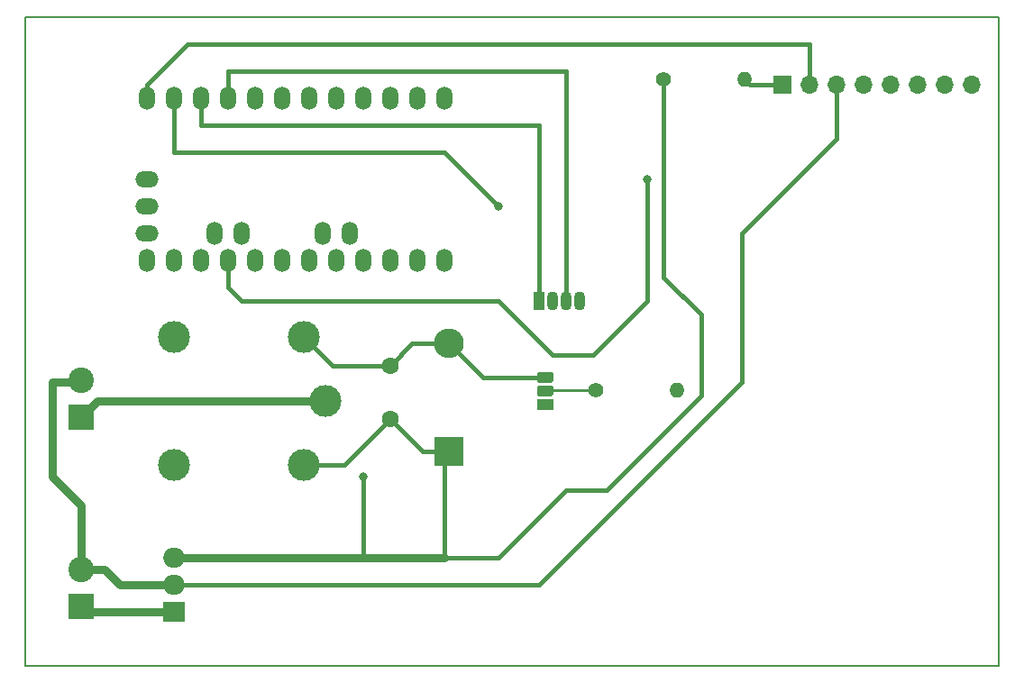
<source format=gbr>
G04 #@! TF.GenerationSoftware,KiCad,Pcbnew,(5.1.5)-3*
G04 #@! TF.CreationDate,2020-06-10T08:40:25+02:00*
G04 #@! TF.ProjectId,BOTLAND-2-KONTROLA-DOSTEPU,424f544c-414e-4442-9d32-2d4b4f4e5452,rev?*
G04 #@! TF.SameCoordinates,Original*
G04 #@! TF.FileFunction,Copper,L2,Bot*
G04 #@! TF.FilePolarity,Positive*
%FSLAX46Y46*%
G04 Gerber Fmt 4.6, Leading zero omitted, Abs format (unit mm)*
G04 Created by KiCad (PCBNEW (5.1.5)-3) date 2020-06-10 08:40:25*
%MOMM*%
%LPD*%
G04 APERTURE LIST*
%ADD10C,0.150000*%
%ADD11O,1.400000X1.400000*%
%ADD12C,1.400000*%
%ADD13O,1.700000X1.700000*%
%ADD14R,1.700000X1.700000*%
%ADD15O,1.070000X1.800000*%
%ADD16R,1.070000X1.800000*%
%ADD17O,2.199640X1.501140*%
%ADD18O,1.501140X2.199640*%
%ADD19C,2.400000*%
%ADD20R,2.400000X2.400000*%
%ADD21O,2.000000X1.905000*%
%ADD22R,2.000000X1.905000*%
%ADD23C,0.100000*%
%ADD24R,1.500000X1.050000*%
%ADD25R,2.800000X2.800000*%
%ADD26O,2.800000X2.800000*%
%ADD27C,1.600000*%
%ADD28C,3.000000*%
%ADD29C,0.800000*%
%ADD30C,0.400000*%
%ADD31C,0.750000*%
%ADD32C,0.250000*%
G04 APERTURE END LIST*
D10*
X22860000Y-95250000D02*
X22860000Y-156210000D01*
X24130000Y-95250000D02*
X22860000Y-95250000D01*
X114300000Y-95250000D02*
X24130000Y-95250000D01*
X114300000Y-156210000D02*
X114300000Y-95250000D01*
X22860000Y-156210000D02*
X114300000Y-156210000D01*
D11*
X90464640Y-101112320D03*
D12*
X82844640Y-101112320D03*
D13*
X111760000Y-101600000D03*
X109220000Y-101600000D03*
X106680000Y-101600000D03*
X104140000Y-101600000D03*
X101600000Y-101600000D03*
X99060000Y-101600000D03*
X96520000Y-101600000D03*
D14*
X93980000Y-101600000D03*
D15*
X74930000Y-121920000D03*
X73660000Y-121920000D03*
X72390000Y-121920000D03*
D16*
X71120000Y-121920000D03*
D17*
X34290000Y-110490000D03*
X34290000Y-113030000D03*
X34290000Y-115570000D03*
D18*
X53340000Y-115570000D03*
X50800000Y-115570000D03*
X62230000Y-118110000D03*
X59690000Y-118110000D03*
X57150000Y-118110000D03*
X54610000Y-118110000D03*
X52070000Y-118110000D03*
X49530000Y-118110000D03*
X46990000Y-118110000D03*
X44450000Y-118110000D03*
X41910000Y-118110000D03*
X39370000Y-118110000D03*
X36830000Y-118110000D03*
X34290000Y-118110000D03*
X34290000Y-102870000D03*
X36830000Y-102870000D03*
X39370000Y-102870000D03*
X41910000Y-102870000D03*
X44450000Y-102870000D03*
X46990000Y-102870000D03*
X49530000Y-102870000D03*
X52070000Y-102870000D03*
X54610000Y-102870000D03*
X57150000Y-102870000D03*
X59690000Y-102870000D03*
X62230000Y-102870000D03*
X40640000Y-115570000D03*
X43180000Y-115570000D03*
D19*
X28102560Y-147157560D03*
D20*
X28102560Y-150657560D03*
D21*
X36830000Y-146050000D03*
X36830000Y-148590000D03*
D22*
X36830000Y-151130000D03*
D12*
X76494640Y-130322320D03*
D11*
X84114640Y-130322320D03*
G04 #@! TA.AperFunction,ComponentPad*
D23*
G36*
X72222509Y-129834144D02*
G01*
X72247991Y-129837924D01*
X72272980Y-129844183D01*
X72297234Y-129852862D01*
X72320522Y-129863876D01*
X72342617Y-129877119D01*
X72363308Y-129892465D01*
X72382396Y-129909764D01*
X72399695Y-129928852D01*
X72415041Y-129949543D01*
X72428284Y-129971638D01*
X72439298Y-129994926D01*
X72447977Y-130019180D01*
X72454236Y-130044169D01*
X72458016Y-130069651D01*
X72459280Y-130095380D01*
X72459280Y-130620380D01*
X72458016Y-130646109D01*
X72454236Y-130671591D01*
X72447977Y-130696580D01*
X72439298Y-130720834D01*
X72428284Y-130744122D01*
X72415041Y-130766217D01*
X72399695Y-130786908D01*
X72382396Y-130805996D01*
X72363308Y-130823295D01*
X72342617Y-130838641D01*
X72320522Y-130851884D01*
X72297234Y-130862898D01*
X72272980Y-130871577D01*
X72247991Y-130877836D01*
X72222509Y-130881616D01*
X72196780Y-130882880D01*
X71221780Y-130882880D01*
X71196051Y-130881616D01*
X71170569Y-130877836D01*
X71145580Y-130871577D01*
X71121326Y-130862898D01*
X71098038Y-130851884D01*
X71075943Y-130838641D01*
X71055252Y-130823295D01*
X71036164Y-130805996D01*
X71018865Y-130786908D01*
X71003519Y-130766217D01*
X70990276Y-130744122D01*
X70979262Y-130720834D01*
X70970583Y-130696580D01*
X70964324Y-130671591D01*
X70960544Y-130646109D01*
X70959280Y-130620380D01*
X70959280Y-130095380D01*
X70960544Y-130069651D01*
X70964324Y-130044169D01*
X70970583Y-130019180D01*
X70979262Y-129994926D01*
X70990276Y-129971638D01*
X71003519Y-129949543D01*
X71018865Y-129928852D01*
X71036164Y-129909764D01*
X71055252Y-129892465D01*
X71075943Y-129877119D01*
X71098038Y-129863876D01*
X71121326Y-129852862D01*
X71145580Y-129844183D01*
X71170569Y-129837924D01*
X71196051Y-129834144D01*
X71221780Y-129832880D01*
X72196780Y-129832880D01*
X72222509Y-129834144D01*
G37*
G04 #@! TD.AperFunction*
G04 #@! TA.AperFunction,ComponentPad*
G36*
X72222509Y-128564144D02*
G01*
X72247991Y-128567924D01*
X72272980Y-128574183D01*
X72297234Y-128582862D01*
X72320522Y-128593876D01*
X72342617Y-128607119D01*
X72363308Y-128622465D01*
X72382396Y-128639764D01*
X72399695Y-128658852D01*
X72415041Y-128679543D01*
X72428284Y-128701638D01*
X72439298Y-128724926D01*
X72447977Y-128749180D01*
X72454236Y-128774169D01*
X72458016Y-128799651D01*
X72459280Y-128825380D01*
X72459280Y-129350380D01*
X72458016Y-129376109D01*
X72454236Y-129401591D01*
X72447977Y-129426580D01*
X72439298Y-129450834D01*
X72428284Y-129474122D01*
X72415041Y-129496217D01*
X72399695Y-129516908D01*
X72382396Y-129535996D01*
X72363308Y-129553295D01*
X72342617Y-129568641D01*
X72320522Y-129581884D01*
X72297234Y-129592898D01*
X72272980Y-129601577D01*
X72247991Y-129607836D01*
X72222509Y-129611616D01*
X72196780Y-129612880D01*
X71221780Y-129612880D01*
X71196051Y-129611616D01*
X71170569Y-129607836D01*
X71145580Y-129601577D01*
X71121326Y-129592898D01*
X71098038Y-129581884D01*
X71075943Y-129568641D01*
X71055252Y-129553295D01*
X71036164Y-129535996D01*
X71018865Y-129516908D01*
X71003519Y-129496217D01*
X70990276Y-129474122D01*
X70979262Y-129450834D01*
X70970583Y-129426580D01*
X70964324Y-129401591D01*
X70960544Y-129376109D01*
X70959280Y-129350380D01*
X70959280Y-128825380D01*
X70960544Y-128799651D01*
X70964324Y-128774169D01*
X70970583Y-128749180D01*
X70979262Y-128724926D01*
X70990276Y-128701638D01*
X71003519Y-128679543D01*
X71018865Y-128658852D01*
X71036164Y-128639764D01*
X71055252Y-128622465D01*
X71075943Y-128607119D01*
X71098038Y-128593876D01*
X71121326Y-128582862D01*
X71145580Y-128574183D01*
X71170569Y-128567924D01*
X71196051Y-128564144D01*
X71221780Y-128562880D01*
X72196780Y-128562880D01*
X72222509Y-128564144D01*
G37*
G04 #@! TD.AperFunction*
D24*
X71709280Y-131627880D03*
D20*
X28102560Y-132877560D03*
D19*
X28102560Y-129377560D03*
D25*
X62677040Y-136067800D03*
D26*
X62677040Y-125907800D03*
D27*
X57139840Y-132974080D03*
X57139840Y-127974080D03*
D28*
X49059080Y-125307840D03*
X36859080Y-125307840D03*
X36859080Y-137307840D03*
X49059080Y-137307840D03*
X51059080Y-131307840D03*
D29*
X54610000Y-138430000D03*
X67310000Y-113030000D03*
X81280000Y-110490000D03*
D30*
X60233560Y-136067800D02*
X57139840Y-132974080D01*
X62677040Y-136067800D02*
X60233560Y-136067800D01*
X52806080Y-137307840D02*
X49059080Y-137307840D01*
X57139840Y-132974080D02*
X52806080Y-137307840D01*
X59206120Y-125907800D02*
X57139840Y-127974080D01*
X62677040Y-125907800D02*
X59206120Y-125907800D01*
X51725320Y-127974080D02*
X49059080Y-125307840D01*
X57139840Y-127974080D02*
X51725320Y-127974080D01*
X65857120Y-129087880D02*
X62677040Y-125907800D01*
X71709280Y-129087880D02*
X65857120Y-129087880D01*
D31*
X29672280Y-131307840D02*
X28102560Y-132877560D01*
X51059080Y-131307840D02*
X29672280Y-131307840D01*
D32*
X71744840Y-130322320D02*
X71709280Y-130357880D01*
X76494640Y-130322320D02*
X71744840Y-130322320D01*
D31*
X28575000Y-151130000D02*
X28102560Y-150657560D01*
X36830000Y-151130000D02*
X28575000Y-151130000D01*
X36830000Y-148590000D02*
X31750000Y-148590000D01*
X30317560Y-147157560D02*
X28102560Y-147157560D01*
X31750000Y-148590000D02*
X30317560Y-147157560D01*
D30*
X54610000Y-138430000D02*
X54610000Y-146050000D01*
D31*
X62230000Y-146050000D02*
X54610000Y-146050000D01*
X54610000Y-146050000D02*
X36830000Y-146050000D01*
D30*
X41910000Y-102870000D02*
X41910000Y-100330000D01*
X41910000Y-100330000D02*
X73660000Y-100330000D01*
X73660000Y-100330000D02*
X73660000Y-121920000D01*
X39370000Y-102870000D02*
X39370000Y-105410000D01*
X39370000Y-105410000D02*
X71120000Y-105410000D01*
X71120000Y-105410000D02*
X71120000Y-121920000D01*
X62230000Y-136514840D02*
X62677040Y-136067800D01*
X62230000Y-146050000D02*
X62230000Y-136514840D01*
X36830000Y-102870000D02*
X36830000Y-107950000D01*
X36830000Y-107950000D02*
X62230000Y-107950000D01*
X62230000Y-107950000D02*
X67310000Y-113030000D01*
X67310000Y-113030000D02*
X67310000Y-113030000D01*
X90952320Y-101600000D02*
X90464640Y-101112320D01*
X93980000Y-101600000D02*
X90952320Y-101600000D01*
X82844640Y-101112320D02*
X82844640Y-119674640D01*
X82844640Y-119674640D02*
X86360000Y-123190000D01*
X86360000Y-123190000D02*
X86360000Y-130810000D01*
X86360000Y-130810000D02*
X77470000Y-139700000D01*
X77470000Y-139700000D02*
X73660000Y-139700000D01*
X67310000Y-146050000D02*
X62230000Y-146050000D01*
X73660000Y-139700000D02*
X67310000Y-146050000D01*
X96520000Y-101600000D02*
X96520000Y-97790000D01*
X96520000Y-97790000D02*
X38100000Y-97790000D01*
X34290000Y-101600000D02*
X34290000Y-102870000D01*
X38100000Y-97790000D02*
X34290000Y-101600000D01*
X99060000Y-101600000D02*
X99060000Y-106680000D01*
X99060000Y-106680000D02*
X90170000Y-115570000D01*
X90170000Y-115570000D02*
X90170000Y-129540000D01*
X90170000Y-129540000D02*
X71120000Y-148590000D01*
X71120000Y-148590000D02*
X36830000Y-148590000D01*
X41910000Y-118110000D02*
X41910000Y-120650000D01*
X41910000Y-120650000D02*
X43180000Y-121920000D01*
X43180000Y-121920000D02*
X67310000Y-121920000D01*
X67310000Y-121920000D02*
X72390000Y-127000000D01*
X72390000Y-127000000D02*
X76200000Y-127000000D01*
X76200000Y-127000000D02*
X81280000Y-121920000D01*
X81280000Y-121920000D02*
X81280000Y-110490000D01*
X81280000Y-110490000D02*
X81280000Y-110490000D01*
D31*
X28102560Y-147157560D02*
X28102560Y-141132560D01*
X28102560Y-141132560D02*
X25400000Y-138430000D01*
X25400000Y-138430000D02*
X25400000Y-129540000D01*
X27940120Y-129540000D02*
X28102560Y-129377560D01*
X25400000Y-129540000D02*
X27940120Y-129540000D01*
M02*

</source>
